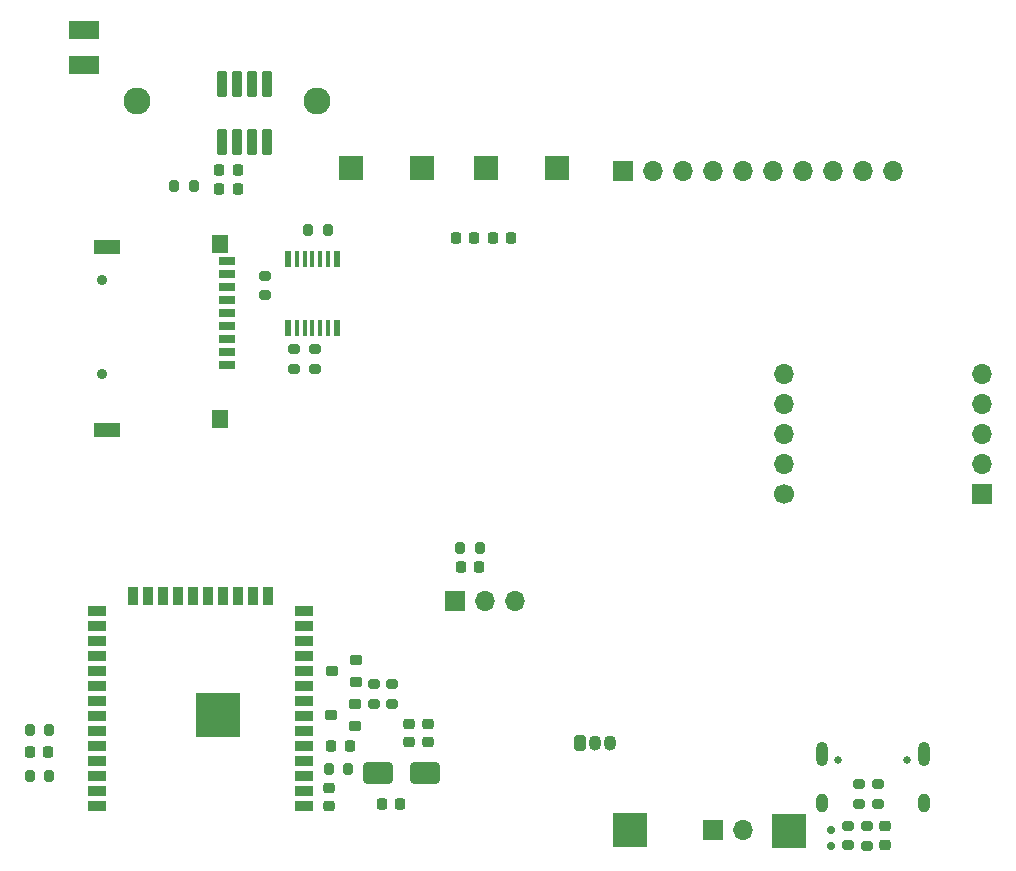
<source format=gbr>
%TF.GenerationSoftware,KiCad,Pcbnew,8.0.5*%
%TF.CreationDate,2024-10-11T13:06:57+01:00*%
%TF.ProjectId,esquema_eletronico,65737175-656d-4615-9f65-6c6574726f6e,rev?*%
%TF.SameCoordinates,Original*%
%TF.FileFunction,Soldermask,Top*%
%TF.FilePolarity,Negative*%
%FSLAX46Y46*%
G04 Gerber Fmt 4.6, Leading zero omitted, Abs format (unit mm)*
G04 Created by KiCad (PCBNEW 8.0.5) date 2024-10-11 13:06:57*
%MOMM*%
%LPD*%
G01*
G04 APERTURE LIST*
G04 Aperture macros list*
%AMRoundRect*
0 Rectangle with rounded corners*
0 $1 Rounding radius*
0 $2 $3 $4 $5 $6 $7 $8 $9 X,Y pos of 4 corners*
0 Add a 4 corners polygon primitive as box body*
4,1,4,$2,$3,$4,$5,$6,$7,$8,$9,$2,$3,0*
0 Add four circle primitives for the rounded corners*
1,1,$1+$1,$2,$3*
1,1,$1+$1,$4,$5*
1,1,$1+$1,$6,$7*
1,1,$1+$1,$8,$9*
0 Add four rect primitives between the rounded corners*
20,1,$1+$1,$2,$3,$4,$5,0*
20,1,$1+$1,$4,$5,$6,$7,0*
20,1,$1+$1,$6,$7,$8,$9,0*
20,1,$1+$1,$8,$9,$2,$3,0*%
G04 Aperture macros list end*
%ADD10RoundRect,0.225000X-0.250000X0.225000X-0.250000X-0.225000X0.250000X-0.225000X0.250000X0.225000X0*%
%ADD11R,3.000000X3.000000*%
%ADD12RoundRect,0.225000X-0.225000X-0.250000X0.225000X-0.250000X0.225000X0.250000X-0.225000X0.250000X0*%
%ADD13RoundRect,0.225000X0.250000X-0.225000X0.250000X0.225000X-0.250000X0.225000X-0.250000X-0.225000X0*%
%ADD14RoundRect,0.200000X-0.275000X0.200000X-0.275000X-0.200000X0.275000X-0.200000X0.275000X0.200000X0*%
%ADD15RoundRect,0.200000X0.275000X-0.200000X0.275000X0.200000X-0.275000X0.200000X-0.275000X-0.200000X0*%
%ADD16RoundRect,0.102000X0.400000X0.300000X-0.400000X0.300000X-0.400000X-0.300000X0.400000X-0.300000X0*%
%ADD17R,1.700000X1.700000*%
%ADD18O,1.700000X1.700000*%
%ADD19C,1.700000*%
%ADD20RoundRect,0.150000X-0.200000X0.150000X-0.200000X-0.150000X0.200000X-0.150000X0.200000X0.150000X0*%
%ADD21RoundRect,0.200000X-0.200000X-0.275000X0.200000X-0.275000X0.200000X0.275000X-0.200000X0.275000X0*%
%ADD22RoundRect,0.225000X0.225000X0.250000X-0.225000X0.250000X-0.225000X-0.250000X0.225000X-0.250000X0*%
%ADD23RoundRect,0.200000X0.200000X0.275000X-0.200000X0.275000X-0.200000X-0.275000X0.200000X-0.275000X0*%
%ADD24RoundRect,0.099250X0.297750X-0.987750X0.297750X0.987750X-0.297750X0.987750X-0.297750X-0.987750X0*%
%ADD25R,0.600000X1.350000*%
%ADD26R,0.400000X1.350000*%
%ADD27R,1.500000X0.900000*%
%ADD28R,0.900000X1.500000*%
%ADD29C,0.600000*%
%ADD30R,3.800000X3.800000*%
%ADD31R,2.600000X1.500000*%
%ADD32R,2.000000X2.000000*%
%ADD33C,0.900000*%
%ADD34R,1.400000X0.700000*%
%ADD35R,1.400000X1.600000*%
%ADD36R,2.200000X1.200000*%
%ADD37RoundRect,0.250000X-1.000000X-0.650000X1.000000X-0.650000X1.000000X0.650000X-1.000000X0.650000X0*%
%ADD38RoundRect,0.249900X-0.275100X-0.400100X0.275100X-0.400100X0.275100X0.400100X-0.275100X0.400100X0*%
%ADD39O,1.050000X1.300000*%
%ADD40C,2.286000*%
%ADD41C,0.650000*%
%ADD42O,1.000000X1.600000*%
%ADD43O,1.000000X2.100000*%
G04 APERTURE END LIST*
D10*
%TO.C,C35*%
X106550000Y-134015000D03*
X106550000Y-135565000D03*
%TD*%
D11*
%TO.C,TP2*%
X131975000Y-137600000D03*
%TD*%
D12*
%TO.C,C32*%
X117295000Y-87510000D03*
X118845000Y-87510000D03*
%TD*%
%TO.C,C7*%
X81175000Y-131000000D03*
X82725000Y-131000000D03*
%TD*%
D13*
%TO.C,C34*%
X113300000Y-130175000D03*
X113300000Y-128625000D03*
%TD*%
D14*
%TO.C,R10*%
X150500000Y-137250000D03*
X150500000Y-138900000D03*
%TD*%
D11*
%TO.C,TP1*%
X145500000Y-137725000D03*
%TD*%
D15*
%TO.C,R3*%
X111900000Y-126937500D03*
X111900000Y-125287500D03*
%TD*%
D16*
%TO.C,Q2*%
X108785000Y-125087500D03*
X108785000Y-123187500D03*
X106765000Y-124137500D03*
%TD*%
D17*
%TO.C,U9*%
X161850000Y-109130000D03*
D18*
X161850000Y-106590000D03*
X161850000Y-104050000D03*
X161850000Y-101510000D03*
X161850000Y-98970000D03*
X145070000Y-98960000D03*
X145070000Y-101500000D03*
X145070000Y-104040000D03*
X145070000Y-106580000D03*
D19*
X145070000Y-109120000D03*
%TD*%
D20*
%TO.C,D1*%
X149000000Y-139000000D03*
X149000000Y-137600000D03*
%TD*%
D15*
%TO.C,R18*%
X105305000Y-98570000D03*
X105305000Y-96920000D03*
%TD*%
D13*
%TO.C,C9*%
X114950000Y-130175000D03*
X114950000Y-128625000D03*
%TD*%
D21*
%TO.C,R12*%
X81185000Y-133030000D03*
X82835000Y-133030000D03*
%TD*%
D22*
%TO.C,C36*%
X121970000Y-87510000D03*
X120420000Y-87510000D03*
%TD*%
D17*
%TO.C,J1_TMP1*%
X117220000Y-118250000D03*
D18*
X119760000Y-118250000D03*
X122300000Y-118250000D03*
%TD*%
D16*
%TO.C,Q1*%
X108760000Y-128812500D03*
X108760000Y-126912500D03*
X106740000Y-127862500D03*
%TD*%
D12*
%TO.C,C3*%
X117695000Y-115325000D03*
X119245000Y-115325000D03*
%TD*%
D21*
%TO.C,R5*%
X117645000Y-113700000D03*
X119295000Y-113700000D03*
%TD*%
D12*
%TO.C,C8*%
X111025000Y-135400000D03*
X112575000Y-135400000D03*
%TD*%
D17*
%TO.C,U4*%
X131457500Y-81855000D03*
D18*
X133997500Y-81855000D03*
X136537500Y-81855000D03*
X139077500Y-81855000D03*
X141617500Y-81855000D03*
X144157500Y-81855000D03*
X146697500Y-81855000D03*
X149237500Y-81855000D03*
X151777500Y-81855000D03*
X154317500Y-81855000D03*
%TD*%
D22*
%TO.C,C11*%
X98800000Y-81765000D03*
X97250000Y-81765000D03*
%TD*%
D23*
%TO.C,R21*%
X95060000Y-83065000D03*
X93410000Y-83065000D03*
%TD*%
D15*
%TO.C,R17*%
X103605000Y-98570000D03*
X103605000Y-96920000D03*
%TD*%
D24*
%TO.C,U10*%
X97510000Y-79400000D03*
X98780000Y-79400000D03*
X100050000Y-79400000D03*
X101320000Y-79400000D03*
X101320000Y-74450000D03*
X100050000Y-74450000D03*
X98780000Y-74450000D03*
X97510000Y-74450000D03*
%TD*%
D12*
%TO.C,C33*%
X106735000Y-130480000D03*
X108285000Y-130480000D03*
%TD*%
D23*
%TO.C,R35*%
X108145000Y-132460000D03*
X106495000Y-132460000D03*
%TD*%
D14*
%TO.C,R4*%
X110325000Y-125262500D03*
X110325000Y-126912500D03*
%TD*%
D25*
%TO.C,U5*%
X103080000Y-95120000D03*
D26*
X103830000Y-95120000D03*
X104480000Y-95120000D03*
X105130000Y-95120000D03*
X105780000Y-95120000D03*
X106430000Y-95120000D03*
D25*
X107180000Y-95120000D03*
X107180000Y-89270000D03*
D26*
X106430000Y-89270000D03*
X105780000Y-89270000D03*
X105130000Y-89270000D03*
X104480000Y-89270000D03*
X103830000Y-89270000D03*
D25*
X103080000Y-89270000D03*
%TD*%
D27*
%TO.C,U7*%
X104410000Y-135560000D03*
X104410000Y-134290000D03*
X104410000Y-133020000D03*
X104410000Y-131750000D03*
X104410000Y-130480000D03*
X104410000Y-129210000D03*
X104410000Y-127940000D03*
X104410000Y-126670000D03*
X104410000Y-125400000D03*
X104410000Y-124130000D03*
X104410000Y-122860000D03*
X104410000Y-121590000D03*
X104410000Y-120320000D03*
X104410000Y-119050000D03*
D28*
X101370000Y-117800000D03*
X100100000Y-117800000D03*
X98830000Y-117800000D03*
X97560000Y-117800000D03*
X96290000Y-117800000D03*
X95020000Y-117800000D03*
X93750000Y-117800000D03*
X92480000Y-117800000D03*
X91210000Y-117800000D03*
X89940000Y-117800000D03*
D27*
X86910000Y-119050000D03*
X86910000Y-120320000D03*
X86910000Y-121590000D03*
X86910000Y-122860000D03*
X86910000Y-124130000D03*
X86910000Y-125400000D03*
X86910000Y-126670000D03*
X86910000Y-127940000D03*
X86910000Y-129210000D03*
X86910000Y-130480000D03*
X86910000Y-131750000D03*
X86910000Y-133020000D03*
X86910000Y-134290000D03*
X86910000Y-135560000D03*
D29*
X98560000Y-128540000D03*
X98560000Y-127140000D03*
X97860000Y-129240000D03*
X97860000Y-127840000D03*
X97860000Y-126440000D03*
X97185000Y-128540000D03*
X97185000Y-127140000D03*
D30*
X97160000Y-127840000D03*
D29*
X96460000Y-129240000D03*
X96460000Y-127840000D03*
X96460000Y-126440000D03*
X95760000Y-128540000D03*
X95760000Y-127140000D03*
%TD*%
D31*
%TO.C,D8*%
X85825000Y-69850000D03*
X85825000Y-72850000D03*
%TD*%
D14*
%TO.C,R11*%
X152075000Y-137275000D03*
X152075000Y-138925000D03*
%TD*%
D13*
%TO.C,C4*%
X153600000Y-138850000D03*
X153600000Y-137300000D03*
%TD*%
D15*
%TO.C,R1*%
X153025000Y-135400000D03*
X153025000Y-133750000D03*
%TD*%
%TO.C,R2*%
X151405000Y-135400000D03*
X151405000Y-133750000D03*
%TD*%
D32*
%TO.C,SW2*%
X125820000Y-81570000D03*
X119820000Y-81570000D03*
%TD*%
D21*
%TO.C,R13*%
X81185000Y-129140000D03*
X82835000Y-129140000D03*
%TD*%
D33*
%TO.C,J3*%
X87300000Y-91025000D03*
X87300000Y-99025000D03*
D34*
X97900000Y-98225000D03*
X97900000Y-97125000D03*
X97900000Y-96025000D03*
X97900000Y-94925000D03*
X97900000Y-93825000D03*
X97900000Y-92725000D03*
X97900000Y-91625000D03*
X97900000Y-90525000D03*
X97900000Y-89425000D03*
D35*
X97300000Y-87975000D03*
X97300000Y-102825000D03*
D36*
X87700000Y-88225000D03*
X87700000Y-103725000D03*
%TD*%
D21*
%TO.C,R19*%
X104755000Y-86845000D03*
X106405000Y-86845000D03*
%TD*%
D22*
%TO.C,C12*%
X98800000Y-83300000D03*
X97250000Y-83300000D03*
%TD*%
D32*
%TO.C,SW1*%
X114390000Y-81570000D03*
X108390000Y-81570000D03*
%TD*%
D15*
%TO.C,R20*%
X101115000Y-92350000D03*
X101115000Y-90700000D03*
%TD*%
D37*
%TO.C,D9*%
X110700000Y-132750000D03*
X114700000Y-132750000D03*
%TD*%
D38*
%TO.C,U2*%
X127795000Y-130260000D03*
D39*
X129065000Y-130260000D03*
X130335000Y-130260000D03*
%TD*%
D17*
%TO.C,J1*%
X139000000Y-137625000D03*
D18*
X141540000Y-137625000D03*
%TD*%
D40*
%TO.C,BT1*%
X105500000Y-75887500D03*
X90300000Y-75887500D03*
%TD*%
D41*
%TO.C,J2*%
X155440000Y-131670000D03*
X149660000Y-131670000D03*
D42*
X156870000Y-135350000D03*
D43*
X156870000Y-131170000D03*
D42*
X148230000Y-135350000D03*
D43*
X148230000Y-131170000D03*
%TD*%
M02*

</source>
